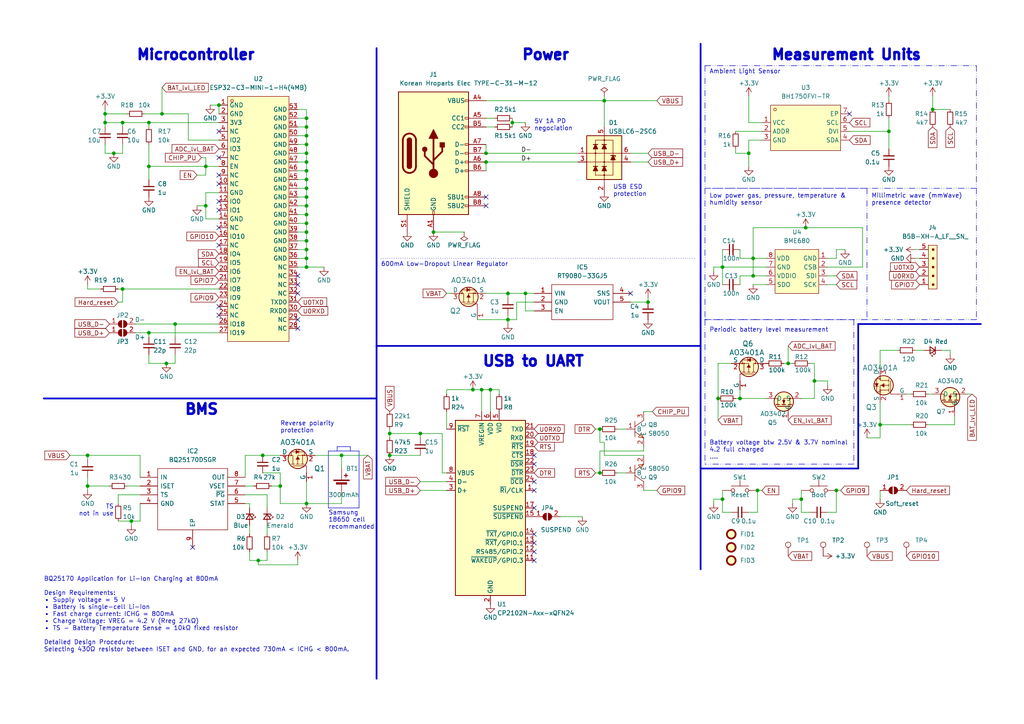
<source format=kicad_sch>
(kicad_sch (version 20231120) (generator "eeschema") (generator_version "8.0")
  (paper "A4")
  (title_block (title "MTR C3 TempHumLight") (rev "0.2.0") (company "More Than Robots") (comment 1 "Ciciliano ALTMANN"))
  (junction (at 46.99 33.02))
  (junction (at 125.73 67.31))
  (junction (at 43.18 35.56))
  (junction (at 209.55 77.47))
  (junction (at 59.69 48.26))
  (junction (at 43.18 48.26))
  (junction (at 121.92 125.73))
  (junction (at 35.56 35.56))
  (junction (at 233.68 66.04))
  (junction (at 88.9 34.29))
  (junction (at 217.17 44.45))
  (junction (at 228.6 105.41))
  (junction (at 88.9 64.77))
  (junction (at 88.9 46.99))
  (junction (at 88.9 52.07))
  (junction (at 113.03 132.08))
  (junction (at 88.9 74.93))
  (junction (at 187.96 87.63))
  (junction (at 88.9 69.85))
  (junction (at 139.7 113.03))
  (junction (at 214.63 115.57))
  (junction (at 236.22 110.49))
  (junction (at 113.03 125.73))
  (junction (at 88.9 49.53))
  (junction (at 257.81 38.1))
  (junction (at 76.2 132.08))
  (junction (at 74.93 162.56))
  (junction (at 147.32 85.09))
  (junction (at 25.4 140.97))
  (junction (at 142.24 113.03))
  (junction (at 88.9 44.45))
  (junction (at 148.59 35.56))
  (junction (at 88.9 59.69))
  (junction (at 88.9 77.47))
  (junction (at 147.32 92.71))
  (junction (at 218.44 74.93))
  (junction (at 152.4 85.09))
  (junction (at 88.9 146.05))
  (junction (at 88.9 57.15))
  (junction (at 50.8 93.98))
  (junction (at 255.27 123.19))
  (junction (at 30.48 33.02))
  (junction (at 218.44 80.01))
  (junction (at 219.71 142.24))
  (junction (at 175.26 29.21))
  (junction (at 140.97 46.99))
  (junction (at 232.41 144.78))
  (junction (at 33.02 44.45))
  (junction (at 88.9 67.31))
  (junction (at 88.9 36.83))
  (junction (at 63.5 30.48))
  (junction (at 88.9 54.61))
  (junction (at 99.06 132.08))
  (junction (at 38.1 151.13))
  (junction (at 43.18 96.52))
  (junction (at 48.26 105.41))
  (junction (at 88.9 41.91))
  (junction (at 81.28 140.97))
  (junction (at 270.51 31.75))
  (junction (at 173.99 124.46))
  (junction (at 208.28 115.57))
  (junction (at 209.55 144.78))
  (junction (at 88.9 72.39))
  (junction (at 140.97 44.45))
  (junction (at 25.4 132.08))
  (junction (at 88.9 62.23))
  (junction (at 30.48 35.56))
  (junction (at 88.9 39.37))
  (junction (at 59.69 59.69))
  (junction (at 173.99 137.16))
  (junction (at 35.56 83.82))
  (junction (at 242.57 142.24))
  (junction (at 137.16 113.03))
  (no_connect (at 246.38 33.02))
  (no_connect (at 154.94 154.94))
  (no_connect (at 63.5 91.44))
  (no_connect (at 182.88 85.09))
  (no_connect (at 154.94 134.62))
  (no_connect (at 140.97 59.69))
  (no_connect (at 86.36 82.55))
  (no_connect (at 63.5 45.72))
  (no_connect (at 63.5 71.12))
  (no_connect (at 154.94 160.02))
  (no_connect (at 154.94 142.24))
  (no_connect (at 63.5 38.1))
  (no_connect (at 63.5 60.96))
  (no_connect (at 154.94 147.32))
  (no_connect (at 63.5 58.42))
  (no_connect (at 86.36 85.09))
  (no_connect (at 86.36 95.25))
  (no_connect (at 154.94 139.7))
  (no_connect (at 63.5 50.8))
  (no_connect (at 63.5 88.9))
  (no_connect (at 154.94 157.48))
  (no_connect (at 55.88 158.75))
  (no_connect (at 154.94 132.08))
  (no_connect (at 154.94 162.56))
  (no_connect (at 63.5 53.34))
  (no_connect (at 86.36 80.01))
  (no_connect (at 63.5 66.04))
  (no_connect (at 86.36 92.71))
  (no_connect (at 140.97 57.15))
  (wire (pts (xy 236.22 105.41) (xy 234.95 105.41)))
  (wire (pts (xy 88.9 59.69) (xy 88.9 62.23)))
  (wire (pts (xy 213.36 115.57) (xy 214.63 115.57)))
  (wire (pts (xy 86.36 77.47) (xy 88.9 77.47)))
  (wire (pts (xy 209.55 144.78) (xy 209.55 148.59)))
  (wire (pts (xy 148.59 35.56) (xy 148.59 36.83)))
  (wire (pts (xy 232.41 142.24) (xy 232.41 144.78)))
  (wire (pts (xy 217.17 40.64) (xy 220.98 40.64)))
  (wire (pts (xy 214.63 74.93) (xy 218.44 74.93)))
  (wire (pts (xy 43.18 105.41) (xy 48.26 105.41)))
  (wire (pts (xy 140.97 34.29) (xy 143.51 34.29)))
  (wire (pts (xy 46.99 33.02) (xy 54.61 33.02)))
  (wire (pts (xy 187.96 46.99) (xy 182.88 46.99)))
  (wire (pts (xy 147.32 85.09) (xy 152.4 85.09)))
  (wire (pts (xy 257.81 27.94) (xy 257.81 29.21)))
  (wire (pts (xy 81.28 146.05) (xy 88.9 146.05)))
  (wire (pts (xy 77.47 152.4) (xy 77.47 154.94)))
  (wire (pts (xy 240.03 74.93) (xy 242.57 74.93)))
  (wire (pts (xy 186.69 130.81) (xy 186.69 129.54)))
  (wire (pts (xy 58.42 45.72) (xy 59.69 45.72)))
  (wire (pts (xy 71.12 146.05) (xy 72.39 146.05)))
  (wire (pts (xy 86.36 46.99) (xy 88.9 46.99)))
  (wire (pts (xy 86.36 64.77) (xy 88.9 64.77)))
  (wire (pts (xy 86.36 163.83) (xy 86.36 162.56)))
  (wire (pts (xy 88.9 52.07) (xy 88.9 54.61)))
  (wire (pts (xy 43.18 35.56) (xy 43.18 36.83)))
  (wire (pts (xy 273.05 101.6) (xy 275.59 101.6)))
  (wire (pts (xy 175.26 29.21) (xy 175.26 36.83)))
  (wire (pts (xy 209.55 142.24) (xy 209.55 144.78)))
  (wire (pts (xy 43.18 96.52) (xy 63.5 96.52)))
  (wire (pts (xy 179.07 137.16) (xy 181.61 137.16)))
  (wire (pts (xy 257.81 38.1) (xy 257.81 43.18)))
  (wire (pts (xy 209.55 77.47) (xy 222.25 77.47)))
  (wire (pts (xy 34.29 83.82) (xy 35.56 83.82)))
  (wire (pts (xy 86.36 31.75) (xy 88.9 31.75)))
  (wire (pts (xy 99.06 132.08) (xy 106.68 132.08)))
  (polyline (pts (xy 247.65 92.71) (xy 247.65 134.62)) (stroke (width 0) (type dash_dot_dot)))
  (polyline (pts (xy 203.2 135.89) (xy 248.92 135.89)) (stroke (width 0.5)))
  (wire (pts (xy 35.56 35.56) (xy 30.48 35.56)))
  (wire (pts (xy 43.18 48.26) (xy 43.18 52.07)))
  (wire (pts (xy 86.36 67.31) (xy 88.9 67.31)))
  (wire (pts (xy 255.27 123.19) (xy 255.27 116.84)))
  (wire (pts (xy 43.18 96.52) (xy 39.37 96.52)))
  (wire (pts (xy 77.47 162.56) (xy 77.47 160.02)))
  (wire (pts (xy 217.17 27.94) (xy 217.17 35.56)))
  (polyline (pts (xy 95.25 147.32) (xy 104.14 147.32)))
  (wire (pts (xy 121.92 139.7) (xy 129.54 139.7)))
  (wire (pts (xy 30.48 41.91) (xy 30.48 44.45)))
  (wire (pts (xy 30.48 33.02) (xy 30.48 35.56)))
  (wire (pts (xy 187.96 86.36) (xy 187.96 87.63)))
  (wire (pts (xy 74.93 163.83) (xy 86.36 163.83)))
  (wire (pts (xy 72.39 152.4) (xy 72.39 154.94)))
  (polyline (pts (xy 109.22 115.57) (xy 109.22 196.85)) (stroke (width 0.5)))
  (wire (pts (xy 219.71 148.59) (xy 219.71 142.24)))
  (polyline (pts (xy 101.6 129.54) (xy 101.6 130.81)))
  (wire (pts (xy 228.6 105.41) (xy 229.87 105.41)))
  (wire (pts (xy 137.16 113.03) (xy 139.7 113.03)))
  (polyline (pts (xy 109.22 13.97) (xy 109.22 115.57)) (stroke (width 0.5)))
  (wire (pts (xy 213.36 43.18) (xy 213.36 44.45)))
  (wire (pts (xy 186.69 119.38) (xy 189.23 119.38)))
  (wire (pts (xy 88.9 69.85) (xy 88.9 72.39)))
  (polyline (pts (xy 109.22 100.33) (xy 203.2 100.33)) (stroke (width 0.5)))
  (wire (pts (xy 218.44 66.04) (xy 218.44 74.93)))
  (polyline (pts (xy 204.47 54.61) (xy 251.46 54.61)) (stroke (width 0) (type dash_dot_dot)))
  (wire (pts (xy 78.74 140.97) (xy 81.28 140.97)))
  (wire (pts (xy 72.39 160.02) (xy 72.39 162.56)))
  (wire (pts (xy 57.15 59.69) (xy 59.69 59.69)))
  (wire (pts (xy 88.9 34.29) (xy 88.9 36.83)))
  (wire (pts (xy 209.55 82.55) (xy 209.55 77.47)))
  (wire (pts (xy 218.44 80.01) (xy 222.25 80.01)))
  (wire (pts (xy 257.81 34.29) (xy 257.81 38.1)))
  (wire (pts (xy 40.64 132.08) (xy 40.64 138.43)))
  (wire (pts (xy 88.9 146.05) (xy 99.06 146.05)))
  (wire (pts (xy 128.27 125.73) (xy 121.92 125.73)))
  (wire (pts (xy 218.44 82.55) (xy 222.25 82.55)))
  (wire (pts (xy 173.99 128.27) (xy 173.99 124.46)))
  (polyline (pts (xy 204.47 92.71) (xy 247.65 92.71)) (stroke (width 0) (type dash_dot_dot)))
  (wire (pts (xy 88.9 72.39) (xy 88.9 74.93)))
  (wire (pts (xy 255.27 142.24) (xy 255.27 144.78)))
  (wire (pts (xy 88.9 54.61) (xy 88.9 57.15)))
  (wire (pts (xy 39.37 93.98) (xy 50.8 93.98)))
  (wire (pts (xy 175.26 29.21) (xy 190.5 29.21)))
  (wire (pts (xy 88.9 64.77) (xy 88.9 67.31)))
  (wire (pts (xy 86.36 36.83) (xy 88.9 36.83)))
  (wire (pts (xy 86.36 69.85) (xy 88.9 69.85)))
  (wire (pts (xy 255.27 127) (xy 251.46 127)))
  (wire (pts (xy 142.24 119.38) (xy 142.24 113.03)))
  (wire (pts (xy 43.18 102.87) (xy 43.18 105.41)))
  (wire (pts (xy 63.5 30.48) (xy 63.5 33.02)))
  (wire (pts (xy 245.11 72.39) (xy 242.57 72.39)))
  (wire (pts (xy 91.44 132.08) (xy 99.06 132.08)))
  (wire (pts (xy 255.27 101.6) (xy 260.35 101.6)))
  (wire (pts (xy 50.8 93.98) (xy 63.5 93.98)))
  (wire (pts (xy 207.01 146.05) (xy 207.01 144.78)))
  (wire (pts (xy 36.83 140.97) (xy 40.64 140.97)))
  (wire (pts (xy 88.9 36.83) (xy 88.9 39.37)))
  (polyline (pts (xy 204.47 92.71) (xy 204.47 134.62)) (stroke (width 0) (type dash_dot_dot)))
  (wire (pts (xy 139.7 119.38) (xy 139.7 113.03)))
  (wire (pts (xy 265.43 101.6) (xy 267.97 101.6)))
  (wire (pts (xy 147.32 86.36) (xy 147.32 85.09)))
  (wire (pts (xy 63.5 48.26) (xy 59.69 48.26)))
  (wire (pts (xy 255.27 101.6) (xy 255.27 106.68)))
  (wire (pts (xy 113.03 125.73) (xy 113.03 127)))
  (wire (pts (xy 34.29 143.51) (xy 40.64 143.51)))
  (wire (pts (xy 34.29 143.51) (xy 34.29 146.05)))
  (wire (pts (xy 129.54 85.09) (xy 130.81 85.09)))
  (polyline (pts (xy 283.21 54.61) (xy 283.21 92.71)) (stroke (width 0) (type dash_dot_dot)))
  (wire (pts (xy 173.99 130.81) (xy 186.69 130.81)))
  (wire (pts (xy 128.27 137.16) (xy 129.54 137.16)))
  (wire (pts (xy 152.4 90.17) (xy 152.4 85.09)))
  (wire (pts (xy 63.5 35.56) (xy 43.18 35.56)))
  (wire (pts (xy 240.03 111.76) (xy 240.03 110.49)))
  (wire (pts (xy 113.03 132.08) (xy 121.92 132.08)))
  (wire (pts (xy 129.54 119.38) (xy 129.54 124.46)))
  (polyline (pts (xy 97.79 129.54) (xy 101.6 129.54)))
  (wire (pts (xy 77.47 143.51) (xy 71.12 143.51)))
  (wire (pts (xy 38.1 151.13) (xy 34.29 151.13)))
  (wire (pts (xy 35.56 83.82) (xy 63.5 83.82)))
  (wire (pts (xy 121.92 125.73) (xy 113.03 125.73)))
  (wire (pts (xy 172.72 124.46) (xy 173.99 124.46)))
  (wire (pts (xy 33.02 44.45) (xy 35.56 44.45)))
  (wire (pts (xy 236.22 110.49) (xy 236.22 105.41)))
  (wire (pts (xy 242.57 142.24) (xy 243.84 142.24)))
  (wire (pts (xy 208.28 115.57) (xy 208.28 105.41)))
  (wire (pts (xy 48.26 105.41) (xy 50.8 105.41)))
  (wire (pts (xy 140.97 85.09) (xy 147.32 85.09)))
  (polyline (pts (xy 204.47 19.05) (xy 204.47 54.61)) (stroke (width 0) (type dash_dot_dot)))
  (wire (pts (xy 162.56 149.86) (xy 168.91 149.86)))
  (wire (pts (xy 229.87 144.78) (xy 232.41 144.78)))
  (wire (pts (xy 175.26 27.94) (xy 175.26 29.21)))
  (wire (pts (xy 86.36 39.37) (xy 88.9 39.37)))
  (wire (pts (xy 40.64 151.13) (xy 38.1 151.13)))
  (polyline (pts (xy 283.21 54.61) (xy 204.47 54.61)) (stroke (width 0) (type dash_dot_dot)))
  (wire (pts (xy 217.17 35.56) (xy 220.98 35.56)))
  (wire (pts (xy 269.24 123.19) (xy 276.86 123.19)))
  (polyline (pts (xy 284.48 93.98) (xy 248.92 93.98)) (stroke (width 0.5)))
  (polyline (pts (xy 95.25 130.81) (xy 95.25 147.32)))
  (wire (pts (xy 262.89 114.3) (xy 264.16 114.3)))
  (wire (pts (xy 86.36 54.61) (xy 88.9 54.61)))
  (wire (pts (xy 144.78 113.03) (xy 142.24 113.03)))
  (wire (pts (xy 30.48 31.75) (xy 30.48 33.02)))
  (wire (pts (xy 217.17 48.26) (xy 217.17 44.45)))
  (wire (pts (xy 265.43 74.93) (xy 266.7 74.93)))
  (wire (pts (xy 60.96 30.48) (xy 63.5 30.48)))
  (wire (pts (xy 99.06 146.05) (xy 99.06 143.51)))
  (wire (pts (xy 81.28 137.16) (xy 81.28 140.97)))
  (wire (pts (xy 88.9 44.45) (xy 88.9 46.99)))
  (wire (pts (xy 88.9 34.29) (xy 86.36 34.29)))
  (wire (pts (xy 213.36 38.1) (xy 220.98 38.1)))
  (wire (pts (xy 149.86 92.71) (xy 147.32 92.71)))
  (wire (pts (xy 148.59 34.29) (xy 148.59 35.56)))
  (wire (pts (xy 232.41 115.57) (xy 236.22 115.57)))
  (wire (pts (xy 236.22 115.57) (xy 236.22 110.49)))
  (wire (pts (xy 33.02 44.45) (xy 30.48 44.45)))
  (wire (pts (xy 38.1 151.13) (xy 38.1 152.4)))
  (wire (pts (xy 242.57 148.59) (xy 242.57 142.24)))
  (wire (pts (xy 88.9 46.99) (xy 88.9 49.53)))
  (wire (pts (xy 43.18 41.91) (xy 43.18 48.26)))
  (wire (pts (xy 209.55 148.59) (xy 212.09 148.59)))
  (wire (pts (xy 50.8 93.98) (xy 50.8 97.79)))
  (wire (pts (xy 218.44 74.93) (xy 222.25 74.93)))
  (wire (pts (xy 74.93 162.56) (xy 77.47 162.56)))
  (wire (pts (xy 187.96 44.45) (xy 182.88 44.45)))
  (wire (pts (xy 213.36 44.45) (xy 217.17 44.45)))
  (wire (pts (xy 214.63 115.57) (xy 214.63 113.03)))
  (wire (pts (xy 255.27 127) (xy 255.27 123.19)))
  (wire (pts (xy 154.94 90.17) (xy 152.4 90.17)))
  (wire (pts (xy 86.36 72.39) (xy 88.9 72.39)))
  (polyline (pts (xy 283.21 92.71) (xy 251.46 92.71)) (stroke (width 0) (type dash_dot_dot)))
  (wire (pts (xy 88.9 67.31) (xy 88.9 69.85)))
  (wire (pts (xy 129.54 114.3) (xy 129.54 113.03)))
  (polyline (pts (xy 95.25 130.81) (xy 104.14 130.81)))
  (wire (pts (xy 35.56 41.91) (xy 35.56 44.45)))
  (wire (pts (xy 208.28 121.92) (xy 208.28 115.57)))
  (wire (pts (xy 214.63 80.01) (xy 214.63 82.55)))
  (wire (pts (xy 86.36 49.53) (xy 88.9 49.53)))
  (wire (pts (xy 25.4 140.97) (xy 31.75 140.97)))
  (wire (pts (xy 138.43 92.71) (xy 147.32 92.71)))
  (wire (pts (xy 93.98 77.47) (xy 88.9 77.47)))
  (wire (pts (xy 86.36 41.91) (xy 88.9 41.91)))
  (wire (pts (xy 207.01 77.47) (xy 209.55 77.47)))
  (wire (pts (xy 63.5 55.88) (xy 59.69 55.88)))
  (wire (pts (xy 228.6 105.41) (xy 228.6 100.33)))
  (wire (pts (xy 71.12 132.08) (xy 71.12 138.43)))
  (wire (pts (xy 219.71 142.24) (xy 220.98 142.24)))
  (wire (pts (xy 179.07 124.46) (xy 181.61 124.46)))
  (wire (pts (xy 88.9 39.37) (xy 88.9 41.91)))
  (wire (pts (xy 86.36 52.07) (xy 88.9 52.07)))
  (wire (pts (xy 264.16 123.19) (xy 255.27 123.19)))
  (wire (pts (xy 173.99 137.16) (xy 173.99 130.81)))
  (wire (pts (xy 50.8 102.87) (xy 50.8 105.41)))
  (wire (pts (xy 270.51 31.75) (xy 275.59 31.75)))
  (wire (pts (xy 266.7 72.39) (xy 265.43 72.39)))
  (wire (pts (xy 218.44 74.93) (xy 218.44 80.01)))
  (wire (pts (xy 25.4 132.08) (xy 25.4 133.35)))
  (polyline (pts (xy 110.49 74.93) (xy 201.93 74.93)) (stroke (width 0) (type dot)))
  (wire (pts (xy 86.36 62.23) (xy 88.9 62.23)))
  (wire (pts (xy 140.97 44.45) (xy 167.64 44.45)))
  (wire (pts (xy 59.69 59.69) (xy 59.69 63.5)))
  (wire (pts (xy 140.97 36.83) (xy 143.51 36.83)))
  (wire (pts (xy 269.24 114.3) (xy 270.51 114.3)))
  (wire (pts (xy 43.18 97.79) (xy 43.18 96.52)))
  (wire (pts (xy 148.59 35.56) (xy 152.4 35.56)))
  (wire (pts (xy 86.36 59.69) (xy 88.9 59.69)))
  (wire (pts (xy 30.48 33.02) (xy 36.83 33.02)))
  (wire (pts (xy 59.69 45.72) (xy 59.69 48.26)))
  (wire (pts (xy 72.39 146.05) (xy 72.39 147.32)))
  (wire (pts (xy 88.9 49.53) (xy 88.9 52.07)))
  (polyline (pts (xy 283.21 19.05) (xy 283.21 54.61)) (stroke (width 0) (type dash_dot_dot)))
  (polyline (pts (xy 203.2 12.7) (xy 203.2 165.1)) (stroke (width 0.5)))
  (wire (pts (xy 154.94 87.63) (xy 149.86 87.63)))
  (wire (pts (xy 40.64 146.05) (xy 40.64 151.13)))
  (wire (pts (xy 147.32 92.71) (xy 147.32 91.44)))
  (wire (pts (xy 41.91 33.02) (xy 46.99 33.02)))
  (wire (pts (xy 74.93 163.83) (xy 74.93 162.56)))
  (wire (pts (xy 76.2 137.16) (xy 81.28 137.16)))
  (wire (pts (xy 242.57 72.39) (xy 242.57 74.93)))
  (wire (pts (xy 76.2 132.08) (xy 81.28 132.08)))
  (polyline (pts (xy 251.46 92.71) (xy 204.47 92.71)) (stroke (width 0) (type dash_dot_dot)))
  (wire (pts (xy 214.63 72.39) (xy 214.63 74.93)))
  (wire (pts (xy 275.59 101.6) (xy 275.59 102.87)))
  (wire (pts (xy 59.69 50.8) (xy 59.69 48.26)))
  (wire (pts (xy 25.4 82.55) (xy 25.4 83.82)))
  (wire (pts (xy 212.09 105.41) (xy 208.28 105.41)))
  (wire (pts (xy 121.92 125.73) (xy 121.92 127)))
  (wire (pts (xy 99.06 132.08) (xy 99.06 135.89)))
  (wire (pts (xy 34.29 87.63) (xy 35.56 87.63)))
  (wire (pts (xy 20.32 132.08) (xy 25.4 132.08)))
  (wire (pts (xy 59.69 48.26) (xy 43.18 48.26)))
  (wire (pts (xy 232.41 148.59) (xy 234.95 148.59)))
  (wire (pts (xy 25.4 132.08) (xy 40.64 132.08)))
  (wire (pts (xy 140.97 41.91) (xy 140.97 44.45)))
  (wire (pts (xy 125.73 67.31) (xy 134.62 67.31)))
  (wire (pts (xy 250.19 66.04) (xy 233.68 66.04)))
  (wire (pts (xy 121.92 142.24) (xy 129.54 142.24)))
  (wire (pts (xy 46.99 25.4) (xy 46.99 33.02)))
  (wire (pts (xy 152.4 85.09) (xy 154.94 85.09)))
  (wire (pts (xy 86.36 57.15) (xy 88.9 57.15)))
  (polyline (pts (xy 97.79 130.81) (xy 97.79 129.54)))
  (wire (pts (xy 72.39 162.56) (xy 74.93 162.56)))
  (wire (pts (xy 30.48 35.56) (xy 30.48 36.83)))
  (wire (pts (xy 229.87 146.05) (xy 229.87 144.78)))
  (wire (pts (xy 240.03 77.47) (xy 250.19 77.47)))
  (wire (pts (xy 175.26 132.08) (xy 175.26 128.27)))
  (wire (pts (xy 88.9 74.93) (xy 88.9 77.47)))
  (wire (pts (xy 233.68 66.04) (xy 218.44 66.04)))
  (polyline (pts (xy 251.46 54.61) (xy 251.46 92.71)) (stroke (width 0) (type dash_dot_dot)))
  (polyline (pts (xy 12.7 115.57) (xy 109.22 115.57)) (stroke (width 0.5)))
  (wire (pts (xy 172.72 137.16) (xy 173.99 137.16)))
  (wire (pts (xy 186.69 142.24) (xy 190.5 142.24)))
  (wire (pts (xy 139.7 113.03) (xy 142.24 113.03)))
  (wire (pts (xy 35.56 87.63) (xy 35.56 83.82)))
  (wire (pts (xy 59.69 63.5) (xy 63.5 63.5)))
  (wire (pts (xy 147.32 92.71) (xy 147.32 93.98)))
  (wire (pts (xy 88.9 62.23) (xy 88.9 64.77)))
  (wire (pts (xy 240.03 148.59) (xy 242.57 148.59)))
  (wire (pts (xy 240.03 82.55) (xy 242.57 82.55)))
  (wire (pts (xy 35.56 35.56) (xy 35.56 36.83)))
  (wire (pts (xy 140.97 46.99) (xy 140.97 49.53)))
  (wire (pts (xy 270.51 27.94) (xy 270.51 31.75)))
  (wire (pts (xy 207.01 144.78) (xy 209.55 144.78)))
  (wire (pts (xy 186.69 132.08) (xy 175.26 132.08)))
  (polyline (pts (xy 104.14 147.32) (xy 104.14 130.81)))
  (wire (pts (xy 113.03 124.46) (xy 113.03 125.73)))
  (wire (pts (xy 86.36 44.45) (xy 88.9 44.45)))
  (wire (pts (xy 140.97 29.21) (xy 175.26 29.21)))
  (wire (pts (xy 217.17 44.45) (xy 217.17 40.64)))
  (wire (pts (xy 54.61 33.02) (xy 54.61 40.64)))
  (wire (pts (xy 88.9 57.15) (xy 88.9 59.69)))
  (polyline (pts (xy 247.65 134.62) (xy 204.47 134.62)) (stroke (width 0) (type dash_dot_dot)))
  (wire (pts (xy 71.12 140.97) (xy 73.66 140.97)))
  (wire (pts (xy 71.12 132.08) (xy 76.2 132.08)))
  (wire (pts (xy 214.63 115.57) (xy 222.25 115.57)))
  (wire (pts (xy 43.18 35.56) (xy 35.56 35.56)))
  (wire (pts (xy 246.38 38.1) (xy 257.81 38.1)))
  (wire (pts (xy 88.9 31.75) (xy 88.9 34.29)))
  (wire (pts (xy 25.4 138.43) (xy 25.4 140.97)))
  (wire (pts (xy 57.15 50.8) (xy 59.69 50.8)))
  (wire (pts (xy 59.69 55.88) (xy 59.69 59.69)))
  (wire (pts (xy 214.63 80.01) (xy 218.44 80.01)))
  (wire (pts (xy 227.33 105.41) (xy 228.6 105.41)))
  (polyline (pts (xy 248.92 135.89) (xy 248.92 93.98)) (stroke (width 0.5)))
  (wire (pts (xy 250.19 77.47) (xy 250.19 66.04)))
  (wire (pts (xy 280.67 114.3) (xy 281.94 114.3)))
  (polyline (pts (xy 204.47 19.05) (xy 283.21 19.05)) (stroke (width 0) (type dash_dot_dot)))
  (wire (pts (xy 217.17 148.59) (xy 219.71 148.59)))
  (wire (pts (xy 128.27 137.16) (xy 128.27 125.73)))
  (wire (pts (xy 88.9 41.91) (xy 88.9 44.45)))
  (wire (pts (xy 182.88 87.63) (xy 187.96 87.63)))
  (polyline (pts (xy 204.47 54.61) (xy 204.47 92.71)) (stroke (width 0) (type dash_dot_dot)))
  (polyline (pts (xy 311.15 60.96) (xy 389.89 60.96)) (stroke (width 0) (type dot)))
  (wire (pts (xy 129.54 113.03) (xy 137.16 113.03)))
  (wire (pts (xy 276.86 123.19) (xy 276.86 120.65)))
  (wire (pts (xy 232.41 144.78) (xy 232.41 148.59)))
  (wire (pts (xy 144.78 114.3) (xy 144.78 113.03)))
  (wire (pts (xy 25.4 140.97) (xy 25.4 142.24)))
  (wire (pts (xy 86.36 74.93) (xy 88.9 74.93)))
  (wire (pts (xy 25.4 83.82) (xy 29.21 83.82)))
  (wire (pts (xy 81.28 140.97) (xy 81.28 146.05)))
  (wire (pts (xy 77.47 143.51) (xy 77.47 147.32)))
  (wire (pts (xy 54.61 40.64) (xy 63.5 40.64)))
  (wire (pts (xy 240.03 80.01) (xy 242.57 80.01)))
  (wire (pts (xy 207.01 78.74) (xy 207.01 77.47)))
  (wire (pts (xy 88.9 139.7) (xy 88.9 146.05)))
  (wire (pts (xy 175.26 128.27) (xy 173.99 128.27)))
  (wire (pts (xy 149.86 87.63) (xy 149.86 92.71)))
  (wire (pts (xy 140.97 46.99) (xy 167.64 46.99)))
  (wire (pts (xy 209.55 72.39) (xy 209.55 77.47)))
  (wire (pts (xy 236.22 110.49) (xy 240.03 110.49)))
  (text "USB ESD\nprotection" (at 177.8 57.15 0) (effects (font (size 1.27 1.27)) (justify left bottom)))
  (text "TS\nnot in use" (at 33.02 149.86 0) (effects (font (size 1.27 1.27)) (justify right bottom)))
  (text "Periodic battery level measurement" (at 205.74 96.52 0) (effects (font (size 1.27 1.27)) (justify left bottom)))
  (text "Reverse polarity \nprotection" (at 81.28 125.73 0) (effects (font (size 1.27 1.27)) (justify left bottom)))
  (text "BQ25170 Application for Li-Ion Charging at 800mA\n\nDesign Requirements:\n• Supply voltage = 5 V\n• Battery is single-cell Li-Ion\n• Fast charge current: ICHG = 800mA\n• Charge Voltage: VREG = 4.2 V (Rreg 27kΩ)\n• TS - Battery Temperature Sense = 10kΩ fixed resistor\n\nDetailed Design Procedure:\nSelecting 430Ω resistor between ISET and GND, for an expected 730mA < ICHG < 800mA." (at 12.7 189.23 0) (effects (font (size 1.27 1.27)) (justify left bottom)))
  (text "Power" (at 151.13 17.78 0) (effects (font (size 3 3) (thickness 1) (bold yes)) (justify left bottom)))
  (text "Battery voltage btw 2.5V & 3.7V nominal \n4.2 full charged\n...." (at 205.74 133.35 0) (effects (font (size 1.27 1.27)) (justify left bottom)))
  (text "Millimetric wave (mmWave)\npresence detector" (at 252.73 59.69 0) (effects (font (size 1.27 1.27)) (justify left bottom)))
  (text "USB to UART" (at 139.7 106.68 0) (effects (font (size 3 3) (thickness 1) (bold yes)) (justify left bottom)))
  (text "Low power gas, pressure, temperature & \nhumidity sensor" (at 205.74 59.69 0) (effects (font (size 1.27 1.27)) (justify left bottom)))
  (text "BMS" (at 53.34 120.65 0) (effects (font (size 3 3) (thickness 1) (bold yes)) (justify left bottom)))
  (text "Ambient Light Sensor" (at 205.74 21.59 0) (effects (font (size 1.27 1.27)) (justify left bottom)))
  (text "Measurement Units" (at 223.52 17.78 0) (effects (font (size 3 3) (thickness 1) (bold yes)) (justify left bottom)))
  (text "5V 1A PD \nnegociation" (at 154.94 38.1 0) (effects (font (size 1.27 1.27)) (justify left bottom)))
  (text "Samsung\n18650 cell\nrecommanded" (at 95.25 153.67 0) (effects (font (size 1.27 1.27)) (justify left bottom)))
  (text "600mA Low-Dropout Linear Regulator" (at 110.49 77.47 0) (effects (font (size 1.27 1.27)) (justify left bottom)))
  (text "Microcontroller" (at 39.37 17.78 0) (effects (font (size 3 3) (thickness 1) (bold yes)) (justify left bottom)))
  (label "D-" (at 151.13 44.45 0))
  (label "D+" (at 151.13 46.99 0))
  (global_label "SDA" (shape input) (at 246.38 40.64 0) (property "Intersheetrefs" "${INTERSHEET_REFS}" (effects (hide yes))))
  (global_label "GPIO9" (shape input) (at 63.5 86.36 180) (property "Intersheetrefs" "${INTERSHEET_REFS}" (effects (hide yes))))
  (global_label "ADC_lvl_BAT" (shape input) (at 228.6 100.33 0) (property "Intersheetrefs" "${INTERSHEET_REFS}" (effects (hide yes))))
  (global_label "EN_lvl_BAT" (shape input) (at 228.6 121.92 0) (property "Intersheetrefs" "${INTERSHEET_REFS}" (effects (hide yes))))
  (global_label "GPIO7" (shape input) (at 63.5 81.28 180) (property "Intersheetrefs" "${INTERSHEET_REFS}" (effects (hide yes))))
  (global_label "CHIP_PU" (shape input) (at 189.23 119.38 0) (property "Intersheetrefs" "${INTERSHEET_REFS}" (effects (hide yes))))
  (global_label "DTR" (shape input) (at 154.94 137.16 0) (property "Intersheetrefs" "${INTERSHEET_REFS}" (effects (hide yes))) (property "Netclass" "UART" (effects (hide yes))))
  (global_label "U0TXD" (shape input) (at 154.94 127 0) (property "Intersheetrefs" "${INTERSHEET_REFS}" (effects (hide yes))) (property "Netclass" "UART" (effects (hide yes))))
  (global_label "USB_D+" (shape input) (at 121.92 142.24 180) (property "Intersheetrefs" "${INTERSHEET_REFS}" (effects (hide yes))))
  (global_label "SCL" (shape input) (at 63.5 76.2 180) (property "Intersheetrefs" "${INTERSHEET_REFS}" (effects (hide yes))))
  (global_label "BAT_lvl_LED" (shape input) (at 46.99 25.4 0) (property "Intersheetrefs" "${INTERSHEET_REFS}" (effects (hide yes))))
  (global_label "USB_D-" (shape input) (at 187.96 44.45 0) (property "Intersheetrefs" "${INTERSHEET_REFS}" (effects (hide yes))))
  (global_label "SCL" (shape input) (at 275.59 36.83 270) (property "Intersheetrefs" "${INTERSHEET_REFS}" (effects (hide yes))))
  (global_label "VBAT" (shape input) (at 129.54 85.09 180) (property "Intersheetrefs" "${INTERSHEET_REFS}" (effects (hide yes))))
  (global_label "U0TXD" (shape input) (at 86.36 87.63 0) (property "Intersheetrefs" "${INTERSHEET_REFS}" (effects (hide yes))))
  (global_label "Hard_reset" (shape input) (at 34.29 87.63 180) (property "Intersheetrefs" "${INTERSHEET_REFS}" (effects (hide yes))))
  (global_label "GPIO7" (shape input) (at 266.7 82.55 180) (property "Intersheetrefs" "${INTERSHEET_REFS}" (effects (hide yes))))
  (global_label "SDA" (shape input) (at 63.5 73.66 180) (property "Intersheetrefs" "${INTERSHEET_REFS}" (effects (hide yes))))
  (global_label "VBUS" (shape input) (at 20.32 132.08 180) (property "Intersheetrefs" "${INTERSHEET_REFS}" (effects (hide yes))))
  (global_label "RTS" (shape input) (at 154.94 129.54 0) (property "Intersheetrefs" "${INTERSHEET_REFS}" (effects (hide yes))) (property "Netclass" "UART" (effects (hide yes))))
  (global_label "VBUS" (shape input) (at 113.03 119.38 90) (property "Intersheetrefs" "${INTERSHEET_REFS}" (effects (hide yes))))
  (global_label "VBUS" (shape input) (at 190.5 29.21 0) (property "Intersheetrefs" "${INTERSHEET_REFS}" (effects (hide yes))))
  (global_label "CHIP_PU" (shape input) (at 58.42 45.72 180) (property "Intersheetrefs" "${INTERSHEET_REFS}" (effects (hide yes))))
  (global_label "U0TXD" (shape input) (at 266.7 77.47 180) (property "Intersheetrefs" "${INTERSHEET_REFS}" (effects (hide yes))))
  (global_label "GPIO9" (shape input) (at 243.84 142.24 0) (property "Intersheetrefs" "${INTERSHEET_REFS}" (effects (hide yes))))
  (global_label "ADC_lvl_BAT" (shape input) (at 63.5 43.18 180) (property "Intersheetrefs" "${INTERSHEET_REFS}" (effects (hide yes))))
  (global_label "BAT_lvl_LED" (shape input) (at 281.94 114.3 270) (property "Intersheetrefs" "${INTERSHEET_REFS}" (effects (hide yes))))
  (global_label "GPIO9" (shape input) (at 190.5 142.24 0) (property "Intersheetrefs" "${INTERSHEET_REFS}" (effects (hide yes))))
  (global_label "VBUS" (shape input) (at 251.46 161.29 0) (property "Intersheetrefs" "${INTERSHEET_REFS}" (effects (hide yes))))
  (global_label "USB_D+" (shape input) (at 187.96 46.99 0) (property "Intersheetrefs" "${INTERSHEET_REFS}" (effects (hide yes))))
  (global_label "RTS" (shape input) (at 172.72 137.16 180) (property "Intersheetrefs" "${INTERSHEET_REFS}" (effects (hide yes))))
  (global_label "SDA" (shape input) (at 270.51 36.83 270) (property "Intersheetrefs" "${INTERSHEET_REFS}" (effects (hide yes))))
  (global_label "Hard_reset" (shape input) (at 262.89 142.24 0) (property "Intersheetrefs" "${INTERSHEET_REFS}" (effects (hide yes))))
  (global_label "U0RXD" (shape input) (at 154.94 124.46 0) (property "Intersheetrefs" "${INTERSHEET_REFS}" (effects (hide yes))) (property "Netclass" "UART" (effects (hide yes))))
  (global_label "GPIO10" (shape input) (at 262.89 161.29 0) (property "Intersheetrefs" "${INTERSHEET_REFS}" (effects (hide yes))))
  (global_label "SCL" (shape input) (at 246.38 35.56 0) (property "Intersheetrefs" "${INTERSHEET_REFS}" (effects (hide yes))))
  (global_label "SDA" (shape input) (at 242.57 80.01 0) (property "Intersheetrefs" "${INTERSHEET_REFS}" (effects (hide yes))))
  (global_label "VBAT" (shape input) (at 106.68 132.08 270) (property "Intersheetrefs" "${INTERSHEET_REFS}" (effects (hide yes))))
  (global_label "EN" (shape input) (at 220.98 142.24 0) (property "Intersheetrefs" "${INTERSHEET_REFS}" (effects (hide yes))))
  (global_label "EN_lvl_BAT" (shape input) (at 63.5 78.74 180) (property "Intersheetrefs" "${INTERSHEET_REFS}" (effects (hide yes))))
  (global_label "DTR" (shape input) (at 172.72 124.46 180) (property "Intersheetrefs" "${INTERSHEET_REFS}" (effects (hide yes))))
  (global_label "VBAT" (shape input) (at 228.6 161.29 0) (property "Intersheetrefs" "${INTERSHEET_REFS}" (effects (hide yes))))
  (global_label "USB_D-" (shape input) (at 31.75 93.98 180) (property "Intersheetrefs" "${INTERSHEET_REFS}" (effects (hide yes))))
  (global_label "USB_D+" (shape input) (at 31.75 96.52 180) (property "Intersheetrefs" "${INTERSHEET_REFS}" (effects (hide yes))))
  (global_label "VBAT" (shape input) (at 208.28 121.92 0) (property "Intersheetrefs" "${INTERSHEET_REFS}" (effects (hide yes))))
  (global_label "SCL" (shape input) (at 242.57 82.55 0) (property "Intersheetrefs" "${INTERSHEET_REFS}" (effects (hide yes))))
  (global_label "U0RXD" (shape input) (at 86.36 90.17 0) (property "Intersheetrefs" "${INTERSHEET_REFS}" (effects (hide yes))))
  (global_label "GPIO10" (shape input) (at 63.5 68.58 180) (property "Intersheetrefs" "${INTERSHEET_REFS}" (effects (hide yes))))
  (global_label "U0RXD" (shape input) (at 266.7 80.01 180) (property "Intersheetrefs" "${INTERSHEET_REFS}" (effects (hide yes))))
  (global_label "EN" (shape input) (at 57.15 50.8 180) (property "Intersheetrefs" "${INTERSHEET_REFS}" (effects (hide yes))))
  (global_label "USB_D-" (shape input) (at 121.92 139.7 180) (property "Intersheetrefs" "${INTERSHEET_REFS}" (effects (hide yes))))
  (symbol (lib_id "Device:C_Small") (at 214.63 148.59 90) (unit 1)
    (property "Reference" "C9" (at 213.36 151.13 90))
    (property "Value" "0.1u" (at 217.17 151.13 90))
    (property "Footprint" "Resistor_SMD:R_0402_1005Metric" (effects (hide yes)))
    (property "LCSC" "C60474" (effects (hide yes)))
  )
  (symbol (lib_id "power:GND") (at 43.18 57.15 0) (unit 1)
    (property "Reference" "#PWR025" (effects (hide yes)))
    (property "Value" "GND" (at 43.18 60.96 0))
  )
  (symbol (lib_id "power:GND") (at 38.1 152.4 0) (unit 1)
    (property "Reference" "#PWR06" (effects (hide yes)))
    (property "Value" "GND" (at 38.1 156.21 0))
  )
  (symbol (lib_id "power:GND") (at 152.4 35.56 0) (unit 1)
    (property "Reference" "#PWR01" (effects (hide yes)))
    (property "Value" "GND" (at 152.4 39.37 0))
  )
  (symbol (lib_id "Jumper:SolderJumper_2_Open") (at 35.56 96.52 0) (unit 1)
    (property "Reference" "JP3" (at 35.56 99.06 0))
    (property "Value" "D+" (at 40.64 97.79 0))
    (property "Footprint" "Jumper:jumper perso1" (effects (hide yes)))
  )
  (symbol (lib_id "power:+3.3V") (at 257.81 27.94 0) (unit 1)
    (property "Reference" "#PWR013" (effects (hide yes)))
    (property "Value" "+3.3V" (at 257.81 24.13 0))
  )
  (symbol (lib_id "easyeda2kicad:S8050") (at 186.69 137.16 0) (mirror x) (unit 1)
    (property "Reference" "Q9" (at 187.96 138.43 0) (effects (justify left)))
    (property "Value" "S8050" (at 187.96 135.89 0) (effects (justify left)))
    (property "Footprint" "easyeda2kicad:SOT-23-3_L2.9-W1.3-P1.90-LS2.4-BR" (effects (hide yes)))
    (property "LCSC Part" "C909746" (effects (hide yes)))
  )
  (symbol (lib_id "power:GND") (at 147.32 93.98 0) (unit 1)
    (property "Reference" "#PWR011" (effects (hide yes)))
    (property "Value" "GND" (at 147.32 97.79 0))
  )
  (symbol (lib_id "Mechanical:Fiducial") (at 212.09 154.94 0) (unit 1)
    (property "Reference" "FID1" (at 214.63 154.94 0) (effects (justify left)))
    (property "Value" "Fiducial" (effects (hide yes)))
    (property "Footprint" "Fiducial:Fiducial_0.75mm_Mask2.25mm" (effects (hide yes)))
  )
  (symbol (lib_id "power:+3.3V") (at 233.68 66.04 0) (unit 1)
    (property "Reference" "#PWR036" (effects (hide yes)))
    (property "Value" "+3.3V" (at 233.68 62.23 0))
  )
  (symbol (lib_id "Device:C_Small") (at 147.32 88.9 180) (unit 1)
    (property "Reference" "C3" (at 144.78 87.63 0) (effects (justify left)))
    (property "Value" "1u" (at 144.78 90.17 0) (effects (justify left)))
    (property "Footprint" "Resistor_SMD:R_0402_1005Metric" (effects (hide yes)))
    (property "LCSC" "C14445" (effects (hide yes)))
  )
  (symbol (lib_id "power:GND") (at 265.43 74.93 270) (unit 1)
    (property "Reference" "#PWR030" (effects (hide yes)))
    (property "Value" "GND" (at 260.35 74.93 90))
  )
  (symbol (lib_id "easyeda2kicad:BME680") (at 231.14 78.74 0) (unit 1)
    (property "Reference" "U4" (at 231.14 67.31 0))
    (property "Value" "BME680" (at 231.14 69.85 0))
    (property "Footprint" "easyeda2kicad:LGA-8_L3.0-W3.0-P0.80-TR" (effects (hide yes)))
    (property "Datasheet" "https://lcsc.com/product-detail/Sensors_Bosch_BME680_BME680_C125972.html" (effects (hide yes)))
    (property "LCSC Part" "C125972" (effects (hide yes)))
  )
  (symbol (lib_id "power:+3.3V") (at 251.46 127 0) (unit 1)
    (property "Reference" "#PWR032" (effects (hide yes)))
    (property "Value" "+3.3V" (at 251.46 123.19 0))
  )
  (symbol (lib_id "Device:R_Small") (at 224.79 105.41 270) (unit 1)
    (property "Reference" "R11" (at 222.885 103.505 90) (effects (justify left)))
    (property "Value" "100k" (at 222.885 107.315 90) (effects (justify left)))
    (property "Footprint" "Resistor_SMD:R_0402_1005Metric" (effects (hide yes)))
    (property "LCSC" "C60491" (effects (hide yes)))
  )
  (symbol (lib_id "power:+3.3V") (at 238.76 161.29 270) (unit 1)
    (property "Reference" "#PWR041" (effects (hide yes)))
    (property "Value" "+3.3V" (at 245.11 161.29 90))
  )
  (symbol (lib_id "power:GND") (at 218.44 82.55 0) (unit 1)
    (property "Reference" "#PWR035" (effects (hide yes)))
    (property "Value" "GND" (at 218.44 86.36 0))
  )
  (symbol (lib_id "dk_Transistors-FETs-MOSFETs-Single:AO3401A") (at 255.27 111.76 0) (mirror y) (unit 1)
    (property "Reference" "Q3" (at 252.73 118.11 0) (effects (font (size 1.524 1.524))))
    (property "Value" "AO3401A" (at 255.27 106.68 0) (effects (font (size 1.524 1.524))))
    (property "Footprint" "Package_TO_SOT_SMD:SOT-23" (effects (hide yes)))
    (property "Datasheet" "http://aosmd.com/res/data_sheets/AO3401A.pdf" (effects (hide yes)))
    (property "Description" "MOSFET P-CH 30V 4A SOT23" (effects (hide yes)))
    (property "Digi-Key_PN" "785-1001-1-ND" (effects (hide yes)))
    (property "MPN" "AO3401A" (effects (hide yes)))
    (property "Category" "Discrete Semiconductor Products" (effects (hide yes)))
    (property "Family" "Transistors - FETs, MOSFETs - Single" (effects (hide yes)))
    (property "DK_Datasheet_Link" "http://aosmd.com/res/data_sheets/AO3401A.pdf" (effects (hide yes)))
    (property "DK_Detail_Page" "/product-detail/en/alpha-omega-semiconductor-inc/AO3401A/785-1001-1-ND/1855943" (effects (hide yes)))
    (property "Manufacturer" "Alpha & Omega Semiconductor Inc." (effects (hide yes)))
    (property "Status" "Active" (effects (hide yes)))
    (property "LCSC" "C15127" (effects (hide yes)))
  )
  (symbol (lib_id "power:GND") (at 168.91 149.86 0) (unit 1)
    (property "Reference" "#PWR040" (effects (hide yes)))
    (property "Value" "GND" (at 168.91 153.67 0))
  )
  (symbol (lib_id "power:+3.3V") (at 86.36 162.56 0) (unit 1)
    (property "Reference" "#PWR08" (effects (hide yes)))
    (property "Value" "+3.3V" (at 86.36 158.75 0))
  )
  (symbol (lib_id "easyeda2kicad:S8050") (at 186.69 124.46 0) (unit 1)
    (property "Reference" "Q8" (at 187.96 123.19 0) (effects (justify left)))
    (property "Value" "S8050" (at 187.96 125.73 0) (effects (justify left)))
    (property "Footprint" "easyeda2kicad:SOT-23-3_L2.9-W1.3-P1.90-LS2.4-BR" (effects (hide yes)))
    (property "LCSC Part" "C909746" (effects (hide yes)))
  )
  (symbol (lib_id "Device:R_Small") (at 129.54 116.84 0) (unit 1)
    (property "Reference" "R24" (at 130.81 118.11 0) (effects (justify left)))
    (property "Value" "1k" (at 130.81 115.57 0) (effects (justify left)))
    (property "Footprint" "Resistor_SMD:R_0402_1005Metric" (effects (hide yes)))
    (property "LCSC" "C11702" (effects (hide yes)))
  )
  (symbol (lib_id "power:PWR_FLAG") (at 175.26 27.94 0) (unit 1)
    (property "Reference" "#FLG01" (effects (hide yes)))
    (property "Value" "PWR_FLAG" (at 175.26 22.86 0))
  )
  (symbol (lib_id "Device:R_Small") (at 144.78 116.84 0) (unit 1)
    (property "Reference" "R8" (at 146.05 118.11 0) (effects (justify left)))
    (property "Value" "1k" (at 146.05 115.57 0) (effects (justify left)))
    (property "Footprint" "Resistor_SMD:R_0402_1005Metric" (effects (hide yes)))
    (property "LCSC" "C11702" (effects (hide yes)))
  )
  (symbol (lib_id "Device:C_Small") (at 50.8 100.33 0) (unit 1)
    (property "Reference" "C12" (at 53.34 99.06 0) (effects (justify left)))
    (property "Value" "22p" (at 53.34 101.6063 0) (effects (justify left)))
    (property "Footprint" "Resistor_SMD:R_0402_1005Metric" (effects (hide yes)))
    (property "LCSC" "C14445" (effects (hide yes)))
  )
  (symbol (lib_id "Device:C_Small") (at 237.49 148.59 90) (unit 1)
    (property "Reference" "C10" (at 234.95 151.13 90))
    (property "Value" "0.1u" (at 240.03 151.13 90))
    (property "Footprint" "Resistor_SMD:R_0402_1005Metric" (effects (hide yes)))
    (property "LCSC" "C60474" (effects (hide yes)))
  )
  (symbol (lib_id "Mechanical:Fiducial") (at 212.09 162.56 0) (unit 1)
    (property "Reference" "FID3" (at 214.63 162.56 0) (effects (justify left)))
    (property "Value" "Fiducial" (effects (hide yes)))
    (property "Footprint" "Fiducial:Fiducial_0.75mm_Mask2.25mm" (effects (hide yes)))
  )
  (symbol (lib_id "Device:R_Small") (at 39.37 33.02 90) (unit 1)
    (property "Reference" "R18" (at 36.83 30.48 90))
    (property "Value" "10k" (at 41.91 30.48 90))
    (property "Footprint" "Resistor_SMD:R_0402_1005Metric" (effects (hide yes)))
    (property "LCSC" "C25744" (effects (hide yes)))
  )
  (symbol (lib_id "Device:R_Small") (at 270.51 34.29 180) (unit 1)
    (property "Reference" "R14" (at 269.24 33.02 0) (effects (justify left)))
    (property "Value" "4k7" (at 269.24 35.56 0) (effects (justify left)))
    (property "Footprint" "Resistor_SMD:R_0402_1005Metric" (effects (hide yes)))
    (property "LCSC" "C25900" (effects (hide yes)))
  )
  (symbol (lib_id "power:GND") (at 187.96 92.71 0) (unit 1)
    (property "Reference" "#PWR012" (effects (hide yes)))
    (property "Value" "GND" (at 187.96 96.52 0))
  )
  (symbol (lib_id "power:GND") (at 33.02 44.45 0) (unit 1)
    (property "Reference" "#PWR022" (effects (hide yes)))
    (property "Value" "GND" (at 33.02 48.26 0))
  )
  (symbol (lib_id "Connector:TestPoint") (at 262.89 161.29 0) (unit 1)
    (property "Reference" "TP4" (at 265.43 156.718 0) (effects (justify left)))
    (property "Value" "TestPoint" (effects (hide yes)))
    (property "Footprint" "TestPoint:TestPoint_Pad_D1.0mm" (effects (hide yes)))
  )
  (symbol (lib_id "Device:C_Small") (at 43.18 54.61 0) (unit 1)
    (property "Reference" "C8" (at 45.72 53.3463 0) (effects (justify left)))
    (property "Value" "1u" (at 45.72 55.8863 0) (effects (justify left)))
    (property "Footprint" "Resistor_SMD:R_0402_1005Metric" (effects (hide yes)))
    (property "LCSC" "C14445" (effects (hide yes)))
  )
  (symbol (lib_id "power:GND") (at 275.59 102.87 0) (unit 1)
    (property "Reference" "#PWR033" (effects (hide yes)))
    (property "Value" "GND" (at 275.59 106.68 0))
  )
  (symbol (lib_id "Device:C_Small") (at 35.56 39.37 0) (unit 1)
    (property "Reference" "C6" (at 36.83 38.1 0) (effects (justify left)))
    (property "Value" "10u" (at 36.83 40.64 0) (effects (justify left)))
    (property "Footprint" "Resistor_SMD:R_0402_1005Metric" (effects (hide yes)))
    (property "LCSC" "C15525" (effects (hide yes)))
  )
  (symbol (lib_id "power:GND") (at 240.03 111.76 0) (unit 1)
    (property "Reference" "#PWR09" (effects (hide yes)))
    (property "Value" "GND" (at 240.03 115.57 0))
  )
  (symbol (lib_id "Device:R_Small") (at 113.03 129.54 0) (unit 1)
    (property "Reference" "R23" (at 114.3 130.81 0) (effects (justify left)))
    (property "Value" "47k5" (at 114.3 128.27 0) (effects (justify left)))
    (property "Footprint" "Resistor_SMD:R_0402_1005Metric" (effects (hide yes)))
  )
  (symbol (lib_id "Switch:SW_Push") (at 237.49 142.24 0) (unit 1)
    (property "Reference" "SW2" (at 237.49 138.43 0))
    (property "Value" "Boot" (at 237.49 143.51 0))
    (property "Footprint" "easyeda2kicad:SW-SMD_L4.0-W3.0-LS5.0" (effects (hide yes)))
    (property "LCSC" "C2888420" (effects (hide yes)))
  )
  (symbol (lib_id "power:PWR_FLAG") (at 134.62 67.31 180) (unit 1)
    (property "Reference" "#FLG03" (effects (hide yes)))
    (property "Value" "PWR_FLAG" (at 134.62 71.12 0))
  )
  (symbol (lib_id "Connector:TestPoint") (at 251.46 161.29 0) (unit 1)
    (property "Reference" "TP3" (at 254 156.718 0) (effects (justify left)))
    (property "Value" "TestPoint" (effects (hide yes)))
    (property "Footprint" "TestPoint:TestPoint_Pad_D1.0mm" (effects (hide yes)))
  )
  (symbol (lib_id "Connector:TestPoint") (at 238.76 161.29 0) (unit 1)
    (property "Reference" "TP2" (at 241.3 156.718 0) (effects (justify left)))
    (property "Value" "TestPoint" (effects (hide yes)))
    (property "Footprint" "TestPoint:TestPoint_Pad_D1.0mm" (effects (hide yes)))
  )
  (symbol (lib_id "Device:R_Small") (at 275.59 34.29 180) (unit 1)
    (property "Reference" "R15" (at 280.67 33.02 0) (effects (justify left)))
    (property "Value" "4k7" (at 280.67 35.56 0) (effects (justify left)))
    (property "Footprint" "Resistor_SMD:R_0402_1005Metric" (effects (hide yes)))
    (property "LCSC" "C25900" (effects (hide yes)))
  )
  (symbol (lib_id "SamacSys_Parts:RT9080-33GJ5") (at 154.94 85.09 0) (unit 1)
    (property "Reference" "IC5" (at 168.91 77.47 0))
    (property "Value" "RT9080-33GJ5" (at 168.91 80.01 0))
    (property "Footprint" "easyeda2kicad:TSOT-23-5_L2.9-W1.6-P0.95-LS2.8-BL" (effects (hide yes)))
    (property "Datasheet" "https://www.richtek.com/assets/product_file/RT9080/DS9080-05.pdf" (effects (hide yes)))
    (property "Description" "IC REG LIN 3.3V 600MA TSOT23-5" (effects (hide yes)))
    (property "Height" "1" (effects (hide yes)))
    (property "Manufacturer_Name" "RICHTEK" (effects (hide yes)))
    (property "Manufacturer_Part_Number" "RT9080-33GJ5" (effects (hide yes)))
    (property "Mouser Part Number" "835-RT9080-33GJ5" (effects (hide yes)))
    (property "Mouser Price/Stock" "https://www.mouser.co.uk/ProductDetail/Richtek/RT9080-33GJ5?qs=amGC7iS6iy9hJG6yuLjyPQ%3D%3D" (effects (hide yes)))
    (property "LCSC" "C841192" (effects (hide yes)))
  )
  (symbol (lib_id "Device:R_Small") (at 232.41 105.41 270) (unit 1)
    (property "Reference" "R12" (at 230.505 103.505 90) (effects (justify left)))
    (property "Value" "100k" (at 230.505 107.315 90) (effects (justify left)))
    (property "Footprint" "Resistor_SMD:R_0402_1005Metric" (effects (hide yes)))
    (property "LCSC" "C60491" (effects (hide yes)))
  )
  (symbol (lib_id "Device:R_Small") (at 113.03 121.92 0) (unit 1)
    (property "Reference" "R9" (at 114.3 123.19 0) (effects (justify left)))
    (property "Value" "22k1" (at 114.3 120.65 0) (effects (justify left)))
    (property "Footprint" "Resistor_SMD:R_0402_1005Metric" (effects (hide yes)))
  )
  (symbol (lib_id "Device:C_Small") (at 25.4 135.89 180) (unit 1)
    (property "Reference" "C1" (at 22.86 134.62 0) (effects (justify left)))
    (property "Value" "1u" (at 22.86 137.16 0) (effects (justify left)))
    (property "Footprint" "Resistor_SMD:R_0402_1005Metric" (effects (hide yes)))
    (property "LCSC" "C14445" (effects (hide yes)))
  )
  (symbol (lib_id "power:GND") (at 217.17 48.26 0) (unit 1)
    (property "Reference" "#PWR016" (effects (hide yes)))
    (property "Value" "GND" (at 217.17 52.07 0))
  )
  (symbol (lib_id "Device:LED_Small") (at 77.47 149.86 270) (unit 1)
    (property "Reference" "D2" (at 81.28 149.86 90))
    (property "Value" "Emerald" (at 81.28 152.4 90))
    (property "Footprint" "LED_SMD:LED_0603_1608Metric" (effects (hide yes)))
    (property "LCSC" "C497927" (effects (hide yes)))
  )
  (symbol (lib_id "Device:R_Small") (at 146.05 34.29 90) (unit 1)
    (property "Reference" "R2" (at 146.05 31.75 90) (effects (justify left)))
    (property "Value" "5k1" (at 149.86 31.75 90) (effects (justify left)))
    (property "Footprint" "Resistor_SMD:R_0402_1005Metric" (effects (hide yes)))
    (property "LCSC" "C25905" (effects (hide yes)))
  )
  (symbol (lib_id "power:GND") (at 60.96 30.48 0) (unit 1)
    (property "Reference" "#PWR021" (effects (hide yes)))
    (property "Value" "GND" (at 60.96 34.29 0))
  )
  (symbol (lib_id "power:GND") (at 207.01 146.05 0) (unit 1)
    (property "Reference" "#PWR026" (effects (hide yes)))
    (property "Value" "GND" (at 207.01 149.86 0))
  )
  (symbol (lib_id "Device:R_Small") (at 176.53 137.16 270) (unit 1)
    (property "Reference" "R26" (at 175.26 134.62 90) (effects (justify left)))
    (property "Value" "10k" (at 175.26 139.7 90) (effects (justify left)))
    (property "Footprint" "Resistor_SMD:R_0402_1005Metric" (effects (hide yes)))
    (property "LCSC" "C25744" (effects (hide yes)))
  )
  (symbol (lib_id "Interface_USB:CP2102N-Axx-xQFN24") (at 142.24 147.32 0) (unit 1)
    (property "Reference" "U1" (at 144.1959 175.26 0) (effects (justify left)))
    (property "Value" "CP2102N-Axx-xQFN24" (at 144.1959 177.8 0) (effects (justify left)))
    (property "Footprint" "Package_DFN_QFN:QFN-24-1EP_4x4mm_P0.5mm_EP2.6x2.6mm" (effects (hide yes)))
    (property "Datasheet" "https://www.silabs.com/documents/public/data-sheets/cp2102n-datasheet.pdf" (effects (hide yes)))
    (property "LCSC" "C969151" (effects (hide yes)))
  )
  (symbol (lib_id "Jumper:SolderJumper_2_Open") (at 35.56 93.98 0) (unit 1)
    (property "Reference" "JP2" (at 35.56 91.44 0))
    (property "Value" "D-" (at 40.64 92.71 0))
    (property "Footprint" "Jumper:SolderJumper-2_P1.3mm_Open_TrianglePad1.0x1.5mm" (effects (hide yes)))
  )
  (symbol (lib_id "Connector:USB_C_Receptacle_USB2.0") (at 125.73 44.45 0) (unit 1)
    (property "Reference" "J1" (at 125.73 21.59 0))
    (property "Value" "Korean Hroparts Elec TYPE-C-31-M-12" (at 135.89 24.13 0))
    (property "Footprint" "Connector_USB:USB_C_Receptacle_HRO_TYPE-C-31-M-12" (effects (hide yes)))
    (property "Datasheet" "https://www.usb.org/sites/default/files/documents/usb_type-c.zip" (effects (hide yes)))
    (property "LCSC" "C165948" (effects (hide yes)))
  )
  (symbol (lib_id "Device:LED_Small") (at 270.51 101.6 180) (unit 1)
    (property "Reference" "D4" (at 269.24 99.06 0))
    (property "Value" "Red" (at 273.05 99.06 0))
    (property "Footprint" "LED_SMD:LED_0603_1608Metric" (effects (hide yes)))
    (property "LCSC" "C7371906" (effects (hide yes)))
  )
  (symbol (lib_id "Device:C_Small") (at 30.48 39.37 0) (unit 1)
    (property "Reference" "C7" (at 26.67 38.1 0) (effects (justify left)))
    (property "Value" "10u" (at 25.4 40.64 0) (effects (justify left)))
    (property "Footprint" "Resistor_SMD:R_0402_1005Metric" (effects (hide yes)))
    (property "LCSC" "C15525" (effects (hide yes)))
  )
  (symbol (lib_id "power:GND") (at 125.73 67.31 0) (unit 1)
    (property "Reference" "#PWR04" (effects (hide yes)))
    (property "Value" "GND" (at 125.73 71.12 0))
  )
  (symbol (lib_id "Jumper:SolderJumper_2_Open") (at 158.75 149.86 0) (unit 1)
    (property "Reference" "JP4" (at 158.75 147.32 0))
    (property "Value" "SUSPEND" (at 161.29 153.67 0))
    (property "Footprint" "Jumper:SolderJumper-2_P1.3mm_Open_TrianglePad1.0x1.5mm" (effects (hide yes)))
  )
  (symbol (lib_id "power:GND") (at 25.4 142.24 0) (unit 1)
    (property "Reference" "#PWR05" (effects (hide yes)))
    (property "Value" "GND" (at 25.4 146.05 0))
  )
  (symbol (lib_id "power:GND") (at 175.26 55.88 0) (unit 1)
    (property "Reference" "#PWR02" (effects (hide yes)))
    (property "Value" "GND" (at 175.26 59.69 0))
  )
  (symbol (lib_id "Connector:TestPoint") (at 228.6 161.29 0) (unit 1)
    (property "Reference" "TP1" (at 231.14 156.718 0) (effects (justify left)))
    (property "Value" "TestPoint" (effects (hide yes)))
    (property "Footprint" "TestPoint:TestPoint_Pad_D1.0mm" (effects (hide yes)))
  )
  (symbol (lib_id "Device:R_Small") (at 31.75 83.82 90) (unit 1)
    (property "Reference" "R19" (at 29.21 81.28 90))
    (property "Value" "10k" (at 34.29 81.28 90))
    (property "Footprint" "Resistor_SMD:R_0402_1005Metric" (effects (hide yes)))
    (property "LCSC" "C25744" (effects (hide yes)))
  )
  (symbol (lib_id "power:+3.3V") (at 187.96 86.36 0) (unit 1)
    (property "Reference" "#PWR010" (effects (hide yes)))
    (property "Value" "+3.3V" (at 187.96 82.55 0))
  )
  (symbol (lib_id "Device:C_Small") (at 212.09 72.39 90) (unit 1)
    (property "Reference" "C14" (at 213.36 69.85 90) (effects (justify left)))
    (property "Value" "100n" (at 214.63 74.93 90) (effects (justify left)))
    (property "Footprint" "Resistor_SMD:R_0402_1005Metric" (effects (hide yes)))
  )
  (symbol (lib_id "Device:R_Small") (at 176.53 124.46 270) (unit 1)
    (property "Reference" "R25" (at 175.26 121.92 90) (effects (justify left)))
    (property "Value" "10k" (at 175.26 127 90) (effects (justify left)))
    (property "Footprint" "Resistor_SMD:R_0402_1005Metric" (effects (hide yes)))
    (property "LCSC" "C25744" (effects (hide yes)))
  )
  (symbol (lib_id "power:+3.3V") (at 30.48 31.75 0) (unit 1)
    (property "Reference" "#PWR024" (effects (hide yes)))
    (property "Value" "+3.3V" (at 30.48 27.94 0))
  )
  (symbol (lib_id "power:GND") (at 207.01 78.74 0) (unit 1)
    (property "Reference" "#PWR019" (effects (hide yes)))
    (property "Value" "GND" (at 207.01 82.55 0))
  )
  (symbol (lib_id "dk_Transistors-FETs-MOSFETs-Single:AO3401A") (at 135.89 85.09 90) (unit 1)
    (property "Reference" "Q2" (at 132.08 90.17 90) (effects (font (size 1.524 1.524))))
    (property "Value" "AO3401A" (at 135.89 81.28 90) (effects (font (size 1.524 1.524))))
    (property "Footprint" "Package_TO_SOT_SMD:SOT-23" (effects (hide yes)))
    (property "Datasheet" "http://aosmd.com/res/data_sheets/AO3401A.pdf" (effects (hide yes)))
    (property "Description" "MOSFET P-CH 30V 4A SOT23" (effects (hide yes)))
    (property "Digi-Key_PN" "785-1001-1-ND" (effects (hide yes)))
    (property "MPN" "AO3401A" (effects (hide yes)))
    (property "Category" "Discrete Semiconductor Products" (effects (hide yes)))
    (property "Family" "Transistors - FETs, MOSFETs - Single" (effects (hide yes)))
    (property "DK_Datasheet_Link" "http://aosmd.com/res/data_sheets/AO3401A.pdf" (effects (hide yes)))
    (property "DK_Detail_Page" "/product-detail/en/alpha-omega-semiconductor-inc/AO3401A/785-1001-1-ND/1855943" (effects (hide yes)))
    (property "Manufacturer" "Alpha & Omega Semiconductor Inc." (effects (hide yes)))
    (property "Status" "Active" (effects (hide yes)))
    (property "LCSC" "C15127" (effects (hide yes)))
  )
  (symbol (lib_id "power:+3.3V") (at 270.51 27.94 0) (unit 1)
    (property "Reference" "#PWR017" (effects (hide yes)))
    (property "Value" "+3.3V" (at 270.51 24.13 0))
  )
  (symbol (lib_id "Device:R_Small") (at 146.05 36.83 90) (unit 1)
    (property "Reference" "R1" (at 146.05 39.37 90) (effects (justify left)))
    (property "Value" "5k1" (at 149.86 39.37 90) (effects (justify left)))
    (property "Footprint" "Resistor_SMD:R_0402_1005Metric" (effects (hide yes)))
    (property "LCSC" "C25905" (effects (hide yes)))
  )
  (symbol (lib_id "power:GND") (at 245.11 72.39 0) (unit 1)
    (property "Reference" "#PWR034" (effects (hide yes)))
    (property "Value" "GND" (at 245.11 76.2 0))
  )
  (symbol (lib_id "Device:C_Small") (at 212.09 82.55 90) (unit 1)
    (property "Reference" "C13" (at 212.09 80.01 90))
    (property "Value" "100n" (at 212.09 85.09 90))
    (property "Footprint" "Resistor_SMD:R_0402_1005Metric" (effects (hide yes)))
  )
  (symbol (lib_name "AO3402_2") (lib_id "PCM_Transistor_MOSFET_AKL:AO3402") (at 227.33 118.11 90) (unit 1)
    (property "Reference" "Q5" (at 225.425 122.555 90) (effects (justify left)))
    (property "Value" "AO3402" (at 227.965 120.015 90) (effects (justify left)))
    (property "Footprint" "Package_TO_SOT_SMD:SOT-23" (effects (hide yes)))
    (property "Datasheet" "https://www.tme.eu/Document/c85d6c84376a46e7348ebdf76678ec7d/AO3402.pdf" (effects (hide yes)))
    (property "Description" "N Channel" (effects (hide yes)))
    (property "LCSC" "C14385" (effects (hide yes)))
  )
  (symbol (lib_id "easyeda2kicad:ESP32-C3-MINI-1-H4(4MB)") (at 74.93 63.5 0) (unit 1)
    (property "Reference" "U2" (at 74.93 22.86 0))
    (property "Value" "ESP32-C3-MINI-1-H4(4MB)" (at 74.93 25.4 0))
    (property "Footprint" "easyeda2kicad:WIFIM-SMD_ESP32-C3-MINI-1" (effects (hide yes)))
    (property "LCSC Part" "C2934569" (effects (hide yes)))
  )
  (symbol (lib_id "Device:R_Small") (at 34.29 140.97 90) (unit 1)
    (property "Reference" "R3" (at 34.29 138.43 90) (effects (justify left)))
    (property "Value" "430" (at 38.1 138.43 90) (effects (justify left)))
    (property "Footprint" "Resistor_SMD:R_0402_1005Metric" (effects (hide yes)))
    (property "LCSC" "C163462" (effects (hide yes)))
  )
  (symbol (lib_id "power:+3.3V") (at 25.4 82.55 0) (unit 1)
    (property "Reference" "#PWR027" (effects (hide yes)))
    (property "Value" "+3.3V" (at 25.4 78.74 0))
  )
  (symbol (lib_id "power:GND") (at 57.15 59.69 0) (unit 1)
    (property "Reference" "#PWR023" (effects (hide yes)))
    (property "Value" "GND" (at 57.15 63.5 0))
  )
  (symbol (lib_id "power:GND") (at 93.98 77.47 0) (unit 1)
    (property "Reference" "#PWR020" (effects (hide yes)))
    (property "Value" "GND" (at 93.98 81.28 0))
  )
  (symbol (lib_id "Device:R_Small") (at 72.39 157.48 0) (unit 1)
    (property "Reference" "R6" (at 68.58 156.21 0) (effects (justify left)))
    (property "Value" "10k" (at 67.31 158.75 0) (effects (justify left)))
    (property "Footprint" "Resistor_SMD:R_0402_1005Metric" (effects (hide yes)))
    (property "LCSC" "C25744" (effects (hide yes)))
  )
  (symbol (lib_id "power:GND") (at 257.81 48.26 0) (unit 1)
    (property "Reference" "#PWR014" (effects (hide yes)))
    (property "Value" "GND" (at 257.81 52.07 0))
  )
  (symbol (lib_id "Device:R_Small") (at 210.82 115.57 270) (unit 1)
    (property "Reference" "R10" (at 208.915 113.665 90) (effects (justify left)))
    (property "Value" "100k" (at 208.915 117.475 90) (effects (justify left)))
    (property "Footprint" "Resistor_SMD:R_0402_1005Metric" (effects (hide yes)))
    (property "LCSC" "C60491" (effects (hide yes)))
  )
  (symbol (lib_id "Device:C_Small") (at 257.81 45.72 180) (unit 1)
    (property "Reference" "C5" (at 255.27 44.45 0) (effects (justify left)))
    (property "Value" "0.1u" (at 255.27 46.99 0) (effects (justify left)))
    (property "Footprint" "Resistor_SMD:R_0402_1005Metric" (effects (hide yes)))
    (property "LCSC" "C60474" (effects (hide yes)))
  )
  (symbol (lib_id "dk_Transistors-FETs-MOSFETs-Single:AO3401A") (at 217.17 105.41 270) (mirror x) (unit 1)
    (property "Reference" "Q6" (at 215.265 99.695 90) (effects (font (size 1.524 1.524)) (justify left)))
    (property "Value" "AO3401A" (at 211.455 102.235 90) (effects (font (size 1.524 1.524)) (justify left)))
    (property "Footprint" "Package_TO_SOT_SMD:SOT-23" (effects (hide yes)))
    (property "Datasheet" "http://aosmd.com/res/data_sheets/AO3401A.pdf" (effects (hide yes)))
    (property "Description" "MOSFET P-CH 30V 4A SOT23" (effects (hide yes)))
    (property "Digi-Key_PN" "785-1001-1-ND" (effects (hide yes)))
    (property "MPN" "AO3401A" (effects (hide yes)))
    (property "Category" "Discrete Semiconductor Products" (effects (hide yes)))
    (property "Family" "Transistors - FETs, MOSFETs - Single" (effects (hide yes)))
    (property "DK_Datasheet_Link" "http://aosmd.com/res/data_sheets/AO3401A.pdf" (effects (hide yes)))
    (property "DK_Detail_Page" "/product-detail/en/alpha-omega-semiconductor-inc/AO3401A/785-1001-1-ND/1855943" (effects (hide yes)))
    (property "Manufacturer" "Alpha & Omega Semiconductor Inc." (effects (hide yes)))
    (property "Status" "Active" (effects (hide yes)))
    (property "LCSC" "C15127" (effects (hide yes)))
  )
  (symbol (lib_id "Mechanical:Fiducial") (at 212.09 158.75 0) (unit 1)
    (property "Reference" "FID2" (at 214.63 158.75 0) (effects (justify left)))
    (property "Value" "Fiducial" (effects (hide yes)))
    (property "Footprint" "Fiducial:Fiducial_0.75mm_Mask2.25mm" (effects (hide yes)))
  )
  (symbol (lib_id "Device:C_Small") (at 121.92 129.54 0) (unit 1)
    (property "Reference" "C15" (at 123.19 128.27 0) (effects (justify left)))
    (property "Value" "1u" (at 123.19 130.81 0) (effects (justify left)))
    (property "Footprint" "Resistor_SMD:R_0402_1005Metric" (effects (hide yes)))
    (property "LCSC" "C14445" (effects (hide yes)))
  )
  (symbol (lib_id "Device:R_Small") (at 266.7 114.3 270) (unit 1)
    (property "Reference" "R21" (at 265.43 111.76 90) (effects (justify left)))
    (property "Value" "10k" (at 265.43 116.84 90) (effects (justify left)))
    (property "Footprint" "Resistor_SMD:R_0402_1005Metric" (effects (hide yes)))
    (property "LCSC" "C25744" (effects (hide yes)))
  )
  (symbol (lib_id "Switch:SW_Push") (at 214.63 142.24 0) (unit 1)
    (property "Reference" "SW1" (at 214.63 138.43 0))
    (property "Value" "Reset" (at 214.63 143.51 0))
    (property "Footprint" "easyeda2kicad:SW-SMD_L4.0-W3.0-LS5.0" (effects (hide yes)))
    (property "LCSC" "C2888420" (effects (hide yes)))
  )
  (symbol (lib_id "Device:R_Small") (at 266.7 123.19 270) (unit 1)
    (property "Reference" "R20" (at 265.43 120.65 90) (effects (justify left)))
    (property "Value" "10k" (at 265.43 125.73 90) (effects (justify left)))
    (property "Footprint" "Resistor_SMD:R_0402_1005Metric" (effects (hide yes)))
    (property "LCSC" "C25744" (effects (hide yes)))
  )
  (symbol (lib_id "power:+3.3V") (at 265.43 72.39 90) (unit 1)
    (property "Reference" "#PWR029" (effects (hide yes)))
    (property "Value" "+3.3V" (at 259.08 72.39 90))
  )
  (symbol (lib_id "Device:R_Small") (at 213.36 40.64 180) (unit 1)
    (property "Reference" "R16" (at 212.09 39.37 0) (effects (justify left)))
    (property "Value" "1k" (at 212.09 41.91 0) (effects (justify left)))
    (property "Footprint" "Resistor_SMD:R_0402_1005Metric" (effects (hide yes)))
    (property "LCSC" "C11702" (effects (hide yes)))
  )
  (symbol (lib_id "Device:R_Small") (at 262.89 101.6 270) (unit 1)
    (property "Reference" "R22" (at 261.62 99.06 90) (effects (justify left)))
    (property "Value" "120" (at 261.62 104.14 90) (effects (justify left)))
    (property "Footprint" "Resistor_SMD:R_0402_1005Metric" (effects (hide yes)))
    (property "LCSC" "C25079" (effects (hide yes)))
  )
  (symbol (lib_id "PCM_Diode_TVS_AKL:USBLC6-2SC6") (at 175.26 44.45 0) (unit 1)
    (property "Reference" "D1" (at 176.53 35.56 0) (effects (justify left)))
    (property "Value" "USBLC6-2SC6" (at 176.53 38.1 0) (effects (justify left)))
    (property "Footprint" "easyeda2kicad:SOT-23-6_L2.9-W1.6-P0.95-LS2.8-BL" (effects (hide yes)))
    (property "Datasheet" "https://www.tme.eu/Document/db59d28d28a96c34f26d05f234ff409c/USBLC6-2.pdf" (effects (hide yes)))
    (property "LCSC" "C7519" (effects (hide yes)))
  )
  (symbol (lib_id "Device:LED_Small") (at 72.39 149.86 270) (unit 1)
    (property "Reference" "D3" (at 69.85 149.86 90))
    (property "Value" "Blue" (at 69.85 152.4 90))
    (property "Footprint" "LED_SMD:LED_0603_1608Metric" (effects (hide yes)))
    (property "LCSC" "C5151484" (effects (hide yes)))
  )
  (symbol (lib_id "power:GND") (at 142.24 175.26 0) (unit 1)
    (property "Reference" "#PWR038" (effects (hide yes)))
    (property "Value" "GND" (at 142.24 179.07 0))
  )
  (symbol (lib_id "power:+3.3V") (at 137.16 113.03 0) (unit 1)
    (property "Reference" "#PWR037" (effects (hide yes)))
    (property "Value" "+3.3V" (at 137.16 109.22 0))
  )
  (symbol (lib_id "Jumper:SolderJumper_2_Open") (at 259.08 142.24 0) (unit 1)
    (property "Reference" "JP1" (at 259.08 138.43 0))
    (property "Value" "Soft_reset" (at 261.62 146.05 0))
    (property "Footprint" "Jumper:SolderJumper-2_P1.3mm_Open_RoundedPad1.0x1.5mm" (effects (hide yes)))
  )
  (symbol (lib_id "easyeda2kicad:BH1750FVI-TR") (at 233.68 38.1 0) (unit 1)
    (property "Reference" "U3" (at 233.68 25.4 0))
    (property "Value" "BH1750FVI-TR" (at 233.68 27.94 0))
    (property "Footprint" "easyeda2kicad:WSOF-6_L2.6-W1.6-P0.50-TL-EP" (effects (hide yes)))
    (property "Datasheet" "https://lcsc.com/product-detail/Sensors_ROHM_BH1750FVI-TR_BH1750FVI-TR_C78960.html" (effects (hide yes)))
    (property "LCSC Part" "C78960" (effects (hide yes)))
  )
  (symbol (lib_id "power:GND") (at 88.9 146.05 0) (unit 1)
    (property "Reference" "#PWR07" (effects (hide yes)))
    (property "Value" "GND" (at 88.9 149.86 0))
  )
  (symbol (lib_id "SamacSys_Parts:BQ25170DSGR") (at 40.64 138.43 0) (unit 1)
    (property "Reference" "IC2" (at 55.88 130.81 0))
    (property "Value" "BQ25170DSGR" (at 55.88 133.35 0))
    (property "Footprint" "easyeda2kicad:WSON-8_L2.0-W2.0-P0.50-TL-EP" (effects (hide yes)))
    (property "Datasheet" "https://www.ti.com/lit/gpn/bq25170" (effects (hide yes)))
    (property "Description" "BQ25170DSGR" (effects (hide yes)))
    (property "Height" "0.8" (effects (hide yes)))
    (property "Manufacturer_Name" "Texas Instruments" (effects (hide yes)))
    (property "Manufacturer_Part_Number" "BQ25170DSGR" (effects (hide yes)))
    (property "Mouser Part Number" "595-BQ25170DSGR" (effects (hide yes)))
    (property "Mouser Price/Stock" "https://www.mouser.co.uk/ProductDetail/Texas-Instruments/BQ25170DSGR?qs=iLbezkQI%252BsiCISFdSxQWaQ%3D%3D" (effects (hide yes)))
    (property "Arrow Part Number" "BQ25170DSGR" (effects (hide yes)))
    (property "Arrow Price/Stock" "https://www.arrow.com/en/products/bq25170dsgr/texas-instruments?region=nac" (effects (hide yes)))
    (property "LCSC" "C5208201" (effects (hide yes)))
  )
  (symbol (lib_id "Device:R_Small") (at 43.18 39.37 0) (unit 1)
    (property "Reference" "R17" (at 45.72 38.1 0) (effects (justify left)))
    (property "Value" "10k" (at 45.72 40.64 0) (effects (justify left)))
    (property "Footprint" "Resistor_SMD:R_0402_1005Metric" (effects (hide yes)))
    (property "LCSC" "C25744" (effects (hide yes)))
  )
  (symbol (lib_id "power:+3.3V") (at 217.17 27.94 0) (unit 1)
    (property "Reference" "#PWR015" (effects (hide yes)))
    (property "Value" "+3.3V" (at 217.17 24.13 0))
  )
  (symbol (lib_id "Device:R_Small") (at 257.81 31.75 180) (unit 1)
    (property "Reference" "R13" (at 256.54 30.48 0) (effects (justify left)))
    (property "Value" "1k" (at 256.54 33.02 0) (effects (justify left)))
    (property "Footprint" "Resistor_SMD:R_0402_1005Metric" (effects (hide yes)))
    (property "LCSC" "C11702" (effects (hide yes)))
  )
  (symbol (lib_id "Device:C_Small") (at 187.96 90.17 180) (unit 1)
    (property "Reference" "C4" (at 185.42 88.9 0) (effects (justify left)))
    (property "Value" "1u" (at 185.42 91.44 0) (effects (justify left)))
    (property "Footprint" "Resistor_SMD:R_0402_1005Metric" (effects (hide yes)))
    (property "LCSC" "C14445" (effects (hide yes)))
  )
  (symbol (lib_id "Device:C_Small") (at 43.18 100.33 0) (unit 1)
    (property "Reference" "C11" (at 44.45 99.06 0) (effects (justify left)))
    (property "Value" "22p" (at 44.45 101.6 0) (effects (justify left)))
    (property "Footprint" "Resistor_SMD:R_0402_1005Metric" (effects (hide yes)))
    (property "LCSC" "C14445" (effects (hide yes)))
  )
  (symbol (lib_id "power:GND") (at 255.27 144.78 0) (unit 1)
    (property "Reference" "#PWR028" (effects (hide yes)))
    (property "Value" "GND" (at 255.27 148.59 0))
  )
  (symbol (lib_id "dk_Rectangular-Connectors-Headers-Male-Pins:B5B-XH-A_LF__SN_") (at 269.24 82.55 90) (unit 1)
    (property "Reference" "J4" (at 269.24 66.04 90) (effects (justify right)))
    (property "Value" "B5B-XH-A_LF__SN_" (at 261.62 68.58 90) (effects (justify right)))
    (property "Footprint" "Connector_PinSocket_1.27mm:PinSocket_1x05_P1.27mm_Vertical" (effects (hide yes)))
    (property "Datasheet" "http://www.jst-mfg.com/product/pdf/eng/eXH.pdf" (effects (hide yes)))
    (property "Description" "CONN HEADER VERT 5POS 2.5MM" (effects (hide yes)))
    (property "Digi-Key_PN" "455-2270-ND" (effects (hide yes)))
    (property "MPN" "B5B-XH-A(LF)(SN)" (effects (hide yes)))
    (property "Category" "Connectors, Interconnects" (effects (hide yes)))
    (property "Family" "Rectangular Connectors - Headers, Male Pins" (effects (hide yes)))
    (property "DK_Datasheet_Link" "http://www.jst-mfg.com/product/pdf/eng/eXH.pdf" (effects (hide yes)))
    (property "DK_Detail_Page" "/product-detail/en/jst-sales-america-inc/B5B-XH-A(LF)(SN)/455-2270-ND/1530483" (effects (hide yes)))
    (property "Manufacturer" "JST Sales America Inc." (effects (hide yes)))
    (property "Status" "Active" (effects (hide yes)))
  )
  (symbol (lib_name "AO3402_1") (lib_id "PCM_Transistor_MOSFET_AKL:AO3402") (at 275.59 116.84 90) (unit 1)
    (property "Reference" "Q7" (at 274.32 119.38 90) (effects (justify left)))
    (property "Value" "AO3402" (at 279.4 110.49 90) (effects (justify left)))
    (property "Footprint" "Package_TO_SOT_SMD:SOT-23" (effects (hide yes)))
    (property "Datasheet" "https://www.tme.eu/Document/c85d6c84376a46e7348ebdf76678ec7d/AO3402.pdf" (effects (hide yes)))
    (property "Description" "N Channel" (effects (hide yes)))
    (property "LCSC" "C14385" (effects (hide yes)))
  )
  (symbol (lib_id "power:GND") (at 118.11 67.31 0) (unit 1)
    (property "Reference" "#PWR03" (effects (hide yes)))
    (property "Value" "GND" (at 118.11 71.12 0))
  )
  (symbol (lib_id "Device:Battery_Cell") (at 99.06 140.97 0) (unit 1)
    (property "Reference" "BT1" (at 100.33 135.89 0) (effects (justify left)))
    (property "Value" "3000mAh" (at 95.25 143.51 0) (effects (justify left)))
    (property "Footprint" "easyeda2kicad:BATTERY-SMD_18650-1S-L77.1-W20.7-1" (effects (hide yes)))
    (property "LCSC" "C2988620" (effects (hide yes)))
  )
  (symbol (lib_id "Device:R_Small") (at 34.29 148.59 0) (unit 1)
    (property "Reference" "R5" (at 35.56 147.32 0) (effects (justify left)))
    (property "Value" "10k" (at 35.56 149.86 0) (effects (justify left)))
    (property "Footprint" "Resistor_SMD:R_0402_1005Metric" (effects (hide yes)))
    (property "LCSC" "C25744" (effects (hide yes)))
  )
  (symbol (lib_id "dk_Transistors-FETs-MOSFETs-Single:AO3401A") (at 86.36 132.08 90) (unit 1)
    (property "Reference" "Q1" (at 92.71 135.89 90) (effects (font (size 1.524 1.524))))
    (property "Value" "AO3401A" (at 86.36 128.27 90) (effects (font (size 1.524 1.524))))
    (property "Footprint" "Package_TO_SOT_SMD:SOT-23" (effects (hide yes)))
    (property "Datasheet" "http://aosmd.com/res/data_sheets/AO3401A.pdf" (effects (hide yes)))
    (property "Description" "MOSFET P-CH 30V 4A SOT23" (effects (hide yes)))
    (property "Digi-Key_PN" "785-1001-1-ND" (effects (hide yes)))
    (property "MPN" "AO3401A" (effects (hide yes)))
    (property "Category" "Discrete Semiconductor Products" (effects (hide yes)))
    (property "Family" "Transistors - FETs, MOSFETs - Single" (effects (hide yes)))
    (property "DK_Datasheet_Link" "http://aosmd.com/res/data_sheets/AO3401A.pdf" (effects (hide yes)))
    (property "DK_Detail_Page" "/product-detail/en/alpha-omega-semiconductor-inc/AO3401A/785-1001-1-ND/1855943" (effects (hide yes)))
    (property "Manufacturer" "Alpha & Omega Semiconductor Inc." (effects (hide yes)))
    (property "Status" "Active" (effects (hide yes)))
    (property "LCSC" "C15127" (effects (hide yes)))
  )
  (symbol (lib_id "power:GND") (at 48.26 105.41 0) (unit 1)
    (property "Reference" "#PWR018" (effects (hide yes)))
    (property "Value" "GND" (at 48.26 109.22 0))
  )
  (symbol (lib_id "Device:R_Small") (at 76.2 140.97 90) (unit 1)
    (property "Reference" "R4" (at 76.2 138.43 90) (effects (justify left)))
    (property "Value" "27k" (at 80.01 138.43 90) (effects (justify left)))
    (property "Footprint" "Resistor_SMD:R_0402_1005Metric" (effects (hide yes)))
    (property "LCSC" "C138022" (effects (hide yes)))
  )
  (symbol (lib_id "power:GND") (at 229.87 146.05 0) (unit 1)
    (property "Reference" "#PWR031" (effects (hide yes)))
    (property "Value" "GND" (at 229.87 149.86 0))
  )
  (symbol (lib_id "Device:C_Small") (at 76.2 134.62 0) (unit 1)
    (property "Reference" "C2" (at 78.74 133.3563 0) (effects (justify left)))
    (property "Value" "1u" (at 78.74 135.8963 0) (effects (justify left)))
    (property "Footprint" "Resistor_SMD:R_0402_1005Metric" (effects (hide yes)))
    (property "LCSC" "C14445" (effects (hide yes)))
  )
  (symbol (lib_id "Device:R_Small") (at 77.47 157.48 0) (unit 1)
    (property "Reference" "R7" (at 78.74 156.21 0) (effects (justify left)))
    (property "Value" "10k" (at 78.74 158.75 0) (effects (justify left)))
    (property "Footprint" "Resistor_SMD:R_0402_1005Metric" (effects (hide yes)))
    (property "LCSC" "C25744" (effects (hide yes)))
  )
  (symbol (lib_id "power:GND") (at 113.03 132.08 0) (unit 1)
    (property "Reference" "#PWR039" (effects (hide yes)))
    (property "Value" "GND" (at 113.03 135.89 0))
  )
)
</source>
